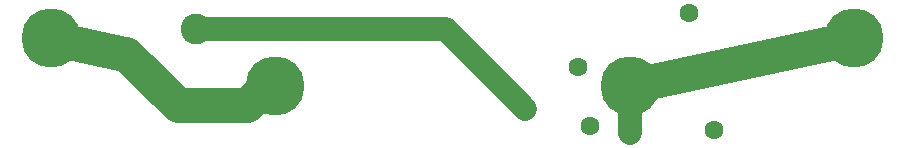
<source format=gbl>
G04*
G04 #@! TF.GenerationSoftware,Altium Limited,Altium Designer,21.9.1 (22)*
G04*
G04 Layer_Physical_Order=2*
G04 Layer_Color=16711680*
%FSLAX44Y44*%
%MOMM*%
G71*
G04*
G04 #@! TF.SameCoordinates,81DEB5EB-2B88-4DC7-9A2F-18DAF3EAFDE3*
G04*
G04*
G04 #@! TF.FilePolarity,Positive*
G04*
G01*
G75*
%ADD13C,0.2540*%
%ADD22C,2.0000*%
%ADD23C,2.5950*%
%ADD24C,1.6002*%
%ADD25C,1.5000*%
%ADD26C,5.0000*%
%ADD27C,3.0000*%
D13*
X1080060Y590060D02*
X1080415Y589705D01*
Y550265D02*
X1080770Y549910D01*
X772663Y590060D02*
X780060D01*
X651510Y617220D02*
X653529D01*
X697362Y573387D02*
X699380D01*
D22*
X1080415Y550265D02*
Y589705D01*
X924165Y638008D02*
X991534Y570639D01*
X712998Y638008D02*
X924165D01*
D23*
X651510Y617220D02*
D03*
X699380Y573387D02*
D03*
X712998Y638008D02*
D03*
D24*
X1151134Y552356D02*
D03*
X1130184Y651773D02*
D03*
X1046480Y556260D02*
D03*
X1036005Y605968D02*
D03*
X991534Y570639D02*
D03*
D25*
X1080770Y549910D02*
D03*
D26*
X1080060Y590060D02*
D03*
X1270060Y630060D02*
D03*
X780060Y590060D02*
D03*
X590060Y630060D02*
D03*
D27*
X651510Y617220D01*
X1080060Y590060D02*
X1270060Y630060D01*
X699380Y573387D02*
X755990D01*
X772663Y590060D01*
X653529Y617220D02*
X697362Y573387D01*
M02*

</source>
